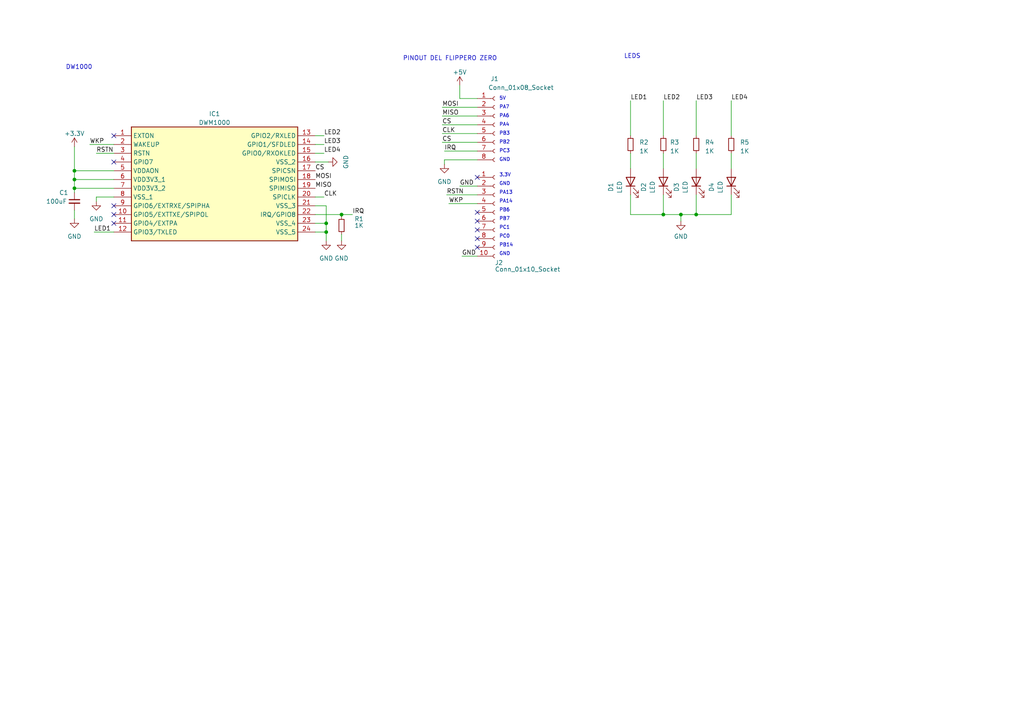
<source format=kicad_sch>
(kicad_sch (version 20230121) (generator eeschema)
  (paper "A4")
  (lib_symbols
    (symbol "Connector:Conn_01x08_Socket" (pin_names (offset 1.016) hide)
      (property "Reference" "J" (at 0 10.16 0))
      (property "Value" "Conn_01x08_Socket" (at 0 -12.7 0))
      (symbol "Conn_01x08_Socket_1_1"
        (arc (start 0 -9.652) (mid -0.5058 -10.16) (end 0 -10.668) (stroke (width 0.1524)))
        (arc (start 0 -7.112) (mid -0.5058 -7.62) (end 0 -8.128) (stroke (width 0.1524)))
        (arc (start 0 -4.572) (mid -0.5058 -5.08) (end 0 -5.588) (stroke (width 0.1524)))
        (arc (start 0 -2.032) (mid -0.5058 -2.54) (end 0 -3.048) (stroke (width 0.1524)))
        (polyline (pts (xy -1.27 -10.16) (xy -0.508 -10.16)) (stroke (width 0.1524)))
        (polyline (pts (xy -1.27 -7.62) (xy -0.508 -7.62)) (stroke (width 0.1524)))
        (polyline (pts (xy -1.27 -5.08) (xy -0.508 -5.08)) (stroke (width 0.1524)))
        (polyline (pts (xy -1.27 -2.54) (xy -0.508 -2.54)) (stroke (width 0.1524)))
        (polyline (pts (xy -1.27 0) (xy -0.508 0)) (stroke (width 0.1524)))
        (polyline (pts (xy -1.27 2.54) (xy -0.508 2.54)) (stroke (width 0.1524)))
        (polyline (pts (xy -1.27 5.08) (xy -0.508 5.08)) (stroke (width 0.1524)))
        (polyline (pts (xy -1.27 7.62) (xy -0.508 7.62)) (stroke (width 0.1524)))
        (arc (start 0 0.508) (mid -0.5058 0) (end 0 -0.508) (stroke (width 0.1524)))
        (arc (start 0 3.048) (mid -0.5058 2.54) (end 0 2.032) (stroke (width 0.1524)))
        (arc (start 0 5.588) (mid -0.5058 5.08) (end 0 4.572) (stroke (width 0.1524)))
        (arc (start 0 8.128) (mid -0.5058 7.62) (end 0 7.112) (stroke (width 0.1524)))
        (pin passive line (at -5.08 7.62 0) (length 3.81) (name "Pin_1") (number "1"))
        (pin passive line (at -5.08 5.08 0) (length 3.81) (name "Pin_2") (number "2"))
        (pin passive line (at -5.08 2.54 0) (length 3.81) (name "Pin_3") (number "3"))
        (pin passive line (at -5.08 0 0) (length 3.81) (name "Pin_4") (number "4"))
        (pin passive line (at -5.08 -2.54 0) (length 3.81) (name "Pin_5") (number "5"))
        (pin passive line (at -5.08 -5.08 0) (length 3.81) (name "Pin_6") (number "6"))
        (pin passive line (at -5.08 -7.62 0) (length 3.81) (name "Pin_7") (number "7"))
        (pin passive line (at -5.08 -10.16 0) (length 3.81) (name "Pin_8") (number "8"))
      )
    )
    (symbol "Connector:Conn_01x10_Socket" (pin_names (offset 1.016) hide)
      (property "Reference" "J" (at 0 12.7 0))
      (property "Value" "Conn_01x10_Socket" (at 0 -15.24 0))
      (symbol "Conn_01x10_Socket_1_1"
        (arc (start 0 -12.192) (mid -0.5058 -12.7) (end 0 -13.208) (stroke (width 0.1524)))
        (arc (start 0 -9.652) (mid -0.5058 -10.16) (end 0 -10.668) (stroke (width 0.1524)))
        (arc (start 0 -7.112) (mid -0.5058 -7.62) (end 0 -8.128) (stroke (width 0.1524)))
        (arc (start 0 -4.572) (mid -0.5058 -5.08) (end 0 -5.588) (stroke (width 0.1524)))
        (arc (start 0 -2.032) (mid -0.5058 -2.54) (end 0 -3.048) (stroke (width 0.1524)))
        (polyline (pts (xy -1.27 -12.7) (xy -0.508 -12.7)) (stroke (width 0.1524)))
        (polyline (pts (xy -1.27 -10.16) (xy -0.508 -10.16)) (stroke (width 0.1524)))
        (polyline (pts (xy -1.27 -7.62) (xy -0.508 -7.62)) (stroke (width 0.1524)))
        (polyline (pts (xy -1.27 -5.08) (xy -0.508 -5.08)) (stroke (width 0.1524)))
        (polyline (pts (xy -1.27 -2.54) (xy -0.508 -2.54)) (stroke (width 0.1524)))
        (polyline (pts (xy -1.27 0) (xy -0.508 0)) (stroke (width 0.1524)))
        (polyline (pts (xy -1.27 2.54) (xy -0.508 2.54)) (stroke (width 0.1524)))
        (polyline (pts (xy -1.27 5.08) (xy -0.508 5.08)) (stroke (width 0.1524)))
        (polyline (pts (xy -1.27 7.62) (xy -0.508 7.62)) (stroke (width 0.1524)))
        (polyline (pts (xy -1.27 10.16) (xy -0.508 10.16)) (stroke (width 0.1524)))
        (arc (start 0 0.508) (mid -0.5058 0) (end 0 -0.508) (stroke (width 0.1524)))
        (arc (start 0 3.048) (mid -0.5058 2.54) (end 0 2.032) (stroke (width 0.1524)))
        (arc (start 0 5.588) (mid -0.5058 5.08) (end 0 4.572) (stroke (width 0.1524)))
        (arc (start 0 8.128) (mid -0.5058 7.62) (end 0 7.112) (stroke (width 0.1524)))
        (arc (start 0 10.668) (mid -0.5058 10.16) (end 0 9.652) (stroke (width 0.1524)))
        (pin passive line (at -5.08 10.16 0) (length 3.81) (name "Pin_1") (number "1"))
        (pin passive line (at -5.08 -12.7 0) (length 3.81) (name "Pin_10") (number "10"))
        (pin passive line (at -5.08 7.62 0) (length 3.81) (name "Pin_2") (number "2"))
        (pin passive line (at -5.08 5.08 0) (length 3.81) (name "Pin_3") (number "3"))
        (pin passive line (at -5.08 2.54 0) (length 3.81) (name "Pin_4") (number "4"))
        (pin passive line (at -5.08 0 0) (length 3.81) (name "Pin_5") (number "5"))
        (pin passive line (at -5.08 -2.54 0) (length 3.81) (name "Pin_6") (number "6"))
        (pin passive line (at -5.08 -5.08 0) (length 3.81) (name "Pin_7") (number "7"))
        (pin passive line (at -5.08 -7.62 0) (length 3.81) (name "Pin_8") (number "8"))
        (pin passive line (at -5.08 -10.16 0) (length 3.81) (name "Pin_9") (number "9"))
      )
    )
    (symbol "DW1000:DWM1000"
      (property "Reference" "IC" (at 54.61 7.62 0))
      (property "Value" "DWM1000" (at 54.61 5.08 0))
      (symbol "DWM1000_1_1"
        (rectangle (start 5.08 2.54) (end 53.34 -30.48) (stroke (width 0.254)) (fill (type background)))
        (pin passive line (at 0 0 0) (length 5.08) (name "EXTON") (number "1"))
        (pin passive line (at 0 -22.86 0) (length 5.08) (name "GPIO5/EXTTXE/SPIPOL") (number "10"))
        (pin passive line (at 0 -25.4 0) (length 5.08) (name "GPIO4/EXTPA") (number "11"))
        (pin passive line (at 0 -27.94 0) (length 5.08) (name "GPIO3/TXLED") (number "12"))
        (pin passive line (at 58.42 0 180) (length 5.08) (name "GPIO2/RXLED") (number "13"))
        (pin passive line (at 58.42 -2.54 180) (length 5.08) (name "GPIO1/SFDLED") (number "14"))
        (pin passive line (at 58.42 -5.08 180) (length 5.08) (name "GPIO0/RXOKLED") (number "15"))
        (pin passive line (at 58.42 -7.62 180) (length 5.08) (name "VSS_2") (number "16"))
        (pin passive line (at 58.42 -10.16 180) (length 5.08) (name "SPICSN") (number "17"))
        (pin passive line (at 58.42 -12.7 180) (length 5.08) (name "SPIMOSI") (number "18"))
        (pin passive line (at 58.42 -15.24 180) (length 5.08) (name "SPIMISO") (number "19"))
        (pin passive line (at 0 -2.54 0) (length 5.08) (name "WAKEUP") (number "2"))
        (pin passive line (at 58.42 -17.78 180) (length 5.08) (name "SPICLK") (number "20"))
        (pin passive line (at 58.42 -20.32 180) (length 5.08) (name "VSS_3") (number "21"))
        (pin passive line (at 58.42 -22.86 180) (length 5.08) (name "IRQ/GPIO8") (number "22"))
        (pin passive line (at 58.42 -25.4 180) (length 5.08) (name "VSS_4") (number "23"))
        (pin passive line (at 58.42 -27.94 180) (length 5.08) (name "VSS_5") (number "24"))
        (pin passive line (at 0 -5.08 0) (length 5.08) (name "RSTN") (number "3"))
        (pin passive line (at 0 -7.62 0) (length 5.08) (name "GPIO7") (number "4"))
        (pin passive line (at 0 -10.16 0) (length 5.08) (name "VDDAON") (number "5"))
        (pin passive line (at 0 -12.7 0) (length 5.08) (name "VDD3V3_1") (number "6"))
        (pin passive line (at 0 -15.24 0) (length 5.08) (name "VDD3V3_2") (number "7"))
        (pin passive line (at 0 -17.78 0) (length 5.08) (name "VSS_1") (number "8"))
        (pin passive line (at 0 -20.32 0) (length 5.08) (name "GPIO6/EXTRXE/SPIPHA") (number "9"))
      )
    )
    (symbol "Device:C_Small" (pin_numbers hide) (pin_names (offset 0.254) hide)
      (property "Reference" "C" (at 0.254 1.778 0))
      (property "Value" "C_Small" (at 0.254 -2.032 0))
      (symbol "C_Small_0_1"
        (polyline (pts (xy -1.524 -0.508) (xy 1.524 -0.508)) (stroke (width 0.3302)))
        (polyline (pts (xy -1.524 0.508) (xy 1.524 0.508)) (stroke (width 0.3048)))
      )
      (symbol "C_Small_1_1"
        (pin passive line (at 0 2.54 270) (length 2.032) (name "~") (number "1"))
        (pin passive line (at 0 -2.54 90) (length 2.032) (name "~") (number "2"))
      )
    )
    (symbol "Device:LED" (pin_numbers hide) (pin_names (offset 1.016) hide)
      (property "Reference" "D" (at 0 2.54 0))
      (property "Value" "LED" (at 0 -2.54 0))
      (symbol "LED_0_1"
        (polyline (pts (xy -1.27 -1.27) (xy -1.27 1.27)) (stroke (width 0.254)))
        (polyline (pts (xy -1.27 0) (xy 1.27 0)))
        (polyline (pts (xy 1.27 -1.27) (xy 1.27 1.27) (xy -1.27 0) (xy 1.27 -1.27)) (stroke (width 0.254)))
        (polyline (pts (xy -3.048 -0.762) (xy -4.572 -2.286) (xy -3.81 -2.286) (xy -4.572 -2.286) (xy -4.572 -1.524)))
        (polyline (pts (xy -1.778 -0.762) (xy -3.302 -2.286) (xy -2.54 -2.286) (xy -3.302 -2.286) (xy -3.302 -1.524)))
      )
      (symbol "LED_1_1"
        (pin passive line (at -3.81 0 0) (length 2.54) (name "K") (number "1"))
        (pin passive line (at 3.81 0 180) (length 2.54) (name "A") (number "2"))
      )
    )
    (symbol "Device:R_Small" (pin_numbers hide) (pin_names (offset 0.254) hide)
      (property "Reference" "R" (at 0.762 0.508 0))
      (property "Value" "R_Small" (at 0.762 -1.016 0))
      (symbol "R_Small_0_1"
        (rectangle (start -0.762 1.778) (end 0.762 -1.778) (stroke (width 0.2032)))
      )
      (symbol "R_Small_1_1"
        (pin passive line (at 0 2.54 270) (length 0.762) (name "~") (number "1"))
        (pin passive line (at 0 -2.54 90) (length 0.762) (name "~") (number "2"))
      )
    )
    (symbol "power:+3.3V" (power) (pin_names (offset 0))
      (property "Value" "+3.3V" (at 0 3.556 0))
      (symbol "+3.3V_0_1"
        (polyline (pts (xy -0.762 1.27) (xy 0 2.54)))
        (polyline (pts (xy 0 0) (xy 0 2.54)))
        (polyline (pts (xy 0 2.54) (xy 0.762 1.27)))
      )
      (symbol "+3.3V_1_1"
        (pin power_in line (at 0 0 90) (length 0) hide (name "+3.3V") (number "1"))
      )
    )
    (symbol "power:+5V" (power) (pin_names (offset 0))
      (property "Value" "+5V" (at 0 3.556 0))
      (symbol "+5V_0_1"
        (polyline (pts (xy -0.762 1.27) (xy 0 2.54)))
        (polyline (pts (xy 0 0) (xy 0 2.54)))
        (polyline (pts (xy 0 2.54) (xy 0.762 1.27)))
      )
      (symbol "+5V_1_1"
        (pin power_in line (at 0 0 90) (length 0) hide (name "+5V") (number "1"))
      )
    )
    (symbol "power:GND" (power) (pin_names (offset 0))
      (property "Value" "GND" (at 0 -3.81 0))
      (symbol "GND_0_1"
        (polyline (pts (xy 0 0) (xy 0 -1.27) (xy 1.27 -1.27) (xy 0 -2.54) (xy -1.27 -1.27) (xy 0 -1.27)))
      )
      (symbol "GND_1_1"
        (pin power_in line (at 0 0 270) (length 0) hide (name "GND") (number "1"))
      )
    )
  )
  (junction (at 21.59 54.61))
  (junction (at 99.06 62.23))
  (junction (at 94.615 64.77))
  (junction (at 201.93 62.23))
  (junction (at 94.615 67.31))
  (junction (at 21.59 49.53))
  (junction (at 197.485 62.23))
  (junction (at 21.59 52.07))
  (junction (at 192.405 62.23))
  (no_connect (at 138.43 51.435))
  (no_connect (at 33.02 62.23))
  (no_connect (at 138.43 64.135))
  (no_connect (at 138.43 71.755))
  (no_connect (at 33.02 64.77))
  (no_connect (at 33.02 39.37))
  (no_connect (at 138.43 69.215))
  (no_connect (at 33.02 46.99))
  (no_connect (at 33.02 59.69))
  (no_connect (at 138.43 66.675))
  (no_connect (at 138.43 61.595))
  (wire (pts (xy 128.905 46.355) (xy 128.905 47.625)))
  (wire (pts (xy 133.35 28.575) (xy 133.35 24.765)))
  (wire (pts (xy 212.09 29.21) (xy 212.09 39.37)))
  (wire (pts (xy 182.88 44.45) (xy 182.88 48.895)))
  (wire (pts (xy 138.43 28.575) (xy 133.35 28.575)))
  (wire (pts (xy 128.27 31.115) (xy 138.43 31.115)))
  (wire (pts (xy 94.615 67.31) (xy 94.615 69.85)))
  (wire (pts (xy 128.27 33.655) (xy 138.43 33.655)))
  (wire (pts (xy 201.93 29.21) (xy 201.93 39.37)))
  (wire (pts (xy 91.44 59.69) (xy 94.615 59.69)))
  (wire (pts (xy 128.27 36.195) (xy 138.43 36.195)))
  (wire (pts (xy 91.44 62.23) (xy 99.06 62.23)))
  (wire (pts (xy 133.985 74.295) (xy 138.43 74.295)))
  (wire (pts (xy 128.905 43.815) (xy 138.43 43.815)))
  (wire (pts (xy 201.93 62.23) (xy 201.93 56.515)))
  (wire (pts (xy 192.405 44.45) (xy 192.405 48.895)))
  (wire (pts (xy 129.54 56.515) (xy 138.43 56.515)))
  (wire (pts (xy 91.44 41.91) (xy 93.98 41.91)))
  (wire (pts (xy 21.59 52.07) (xy 21.59 49.53)))
  (wire (pts (xy 197.485 62.23) (xy 197.485 64.135)))
  (wire (pts (xy 128.27 41.275) (xy 138.43 41.275)))
  (wire (pts (xy 21.59 42.545) (xy 21.59 49.53)))
  (wire (pts (xy 133.35 53.975) (xy 138.43 53.975)))
  (wire (pts (xy 197.485 62.23) (xy 192.405 62.23)))
  (wire (pts (xy 99.06 67.945) (xy 99.06 69.85)))
  (wire (pts (xy 99.06 62.23) (xy 102.235 62.23)))
  (wire (pts (xy 212.09 62.23) (xy 212.09 56.515)))
  (wire (pts (xy 91.44 64.77) (xy 94.615 64.77)))
  (wire (pts (xy 91.44 67.31) (xy 94.615 67.31)))
  (wire (pts (xy 27.94 44.45) (xy 33.02 44.45)))
  (wire (pts (xy 128.27 38.735) (xy 138.43 38.735)))
  (wire (pts (xy 130.175 59.055) (xy 138.43 59.055)))
  (wire (pts (xy 27.94 57.15) (xy 27.94 58.42)))
  (wire (pts (xy 201.93 62.23) (xy 212.09 62.23)))
  (wire (pts (xy 128.905 46.355) (xy 138.43 46.355)))
  (wire (pts (xy 21.59 52.07) (xy 21.59 54.61)))
  (wire (pts (xy 212.09 44.45) (xy 212.09 48.895)))
  (wire (pts (xy 99.06 62.23) (xy 99.06 62.865)))
  (wire (pts (xy 91.44 44.45) (xy 93.98 44.45)))
  (wire (pts (xy 21.59 52.07) (xy 33.02 52.07)))
  (wire (pts (xy 182.88 62.23) (xy 192.405 62.23)))
  (wire (pts (xy 26.035 41.91) (xy 33.02 41.91)))
  (wire (pts (xy 91.44 57.15) (xy 93.98 57.15)))
  (wire (pts (xy 21.59 49.53) (xy 33.02 49.53)))
  (wire (pts (xy 91.44 46.99) (xy 95.25 46.99)))
  (wire (pts (xy 21.59 54.61) (xy 21.59 55.88)))
  (wire (pts (xy 94.615 59.69) (xy 94.615 64.77)))
  (wire (pts (xy 182.88 29.21) (xy 182.88 39.37)))
  (wire (pts (xy 182.88 56.515) (xy 182.88 62.23)))
  (wire (pts (xy 94.615 64.77) (xy 94.615 67.31)))
  (wire (pts (xy 21.59 54.61) (xy 33.02 54.61)))
  (wire (pts (xy 91.44 39.37) (xy 93.98 39.37)))
  (wire (pts (xy 192.405 56.515) (xy 192.405 62.23)))
  (wire (pts (xy 27.305 67.31) (xy 33.02 67.31)))
  (wire (pts (xy 201.93 44.45) (xy 201.93 48.895)))
  (wire (pts (xy 21.59 60.96) (xy 21.59 63.5)))
  (wire (pts (xy 192.405 29.21) (xy 192.405 39.37)))
  (wire (pts (xy 33.02 57.15) (xy 27.94 57.15)))
  (wire (pts (xy 197.485 62.23) (xy 201.93 62.23)))
  (text "PA13" (at 144.78 56.515 0) (effects (font (size 1 1)) (justify left bottom)))
  (text "PC1" (at 144.78 66.675 0) (effects (font (size 1 1)) (justify left bottom)))
  (text "DW1000\n" (at 19.05 20.32 0) (effects (font (size 1.27 1.27)) (justify left bottom)))
  (text "GND" (at 144.78 74.295 0) (effects (font (size 1 1)) (justify left bottom)))
  (text "PA6" (at 144.78 34.29 0) (effects (font (size 1 1)) (justify left bottom)))
  (text "PA14\n" (at 144.78 59.055 0) (effects (font (size 1 1)) (justify left bottom)))
  (text "PC3" (at 144.78 44.45 0) (effects (font (size 1 1)) (justify left bottom)))
  (text "PB3" (at 144.78 39.37 0) (effects (font (size 1 1)) (justify left bottom)))
  (text "GND" (at 144.78 46.99 0) (effects (font (size 1 1)) (justify left bottom)))
  (text "PB14\n" (at 144.78 71.755 0) (effects (font (size 1 1)) (justify left bottom)))
  (text "PINOUT DEL FLIPPERO ZERO" (at 116.84 17.78 0) (effects (font (size 1.27 1.27)) (justify left bottom)))
  (text "PB2" (at 144.78 41.91 0) (effects (font (size 1 1)) (justify left bottom)))
  (text "PB6" (at 144.78 61.595 0) (effects (font (size 1 1)) (justify left bottom)))
  (text "GND" (at 144.78 53.975 0) (effects (font (size 1 1)) (justify left bottom)))
  (text "PA7" (at 144.78 31.75 0) (effects (font (size 1 1)) (justify left bottom)))
  (text "5V" (at 144.78 29.21 0) (effects (font (size 1 1)) (justify left bottom)))
  (text "LEDS" (at 180.975 17.145 0) (effects (font (size 1.27 1.27)) (justify left bottom)))
  (text "3.3V" (at 144.78 51.435 0) (effects (font (size 1 1)) (justify left bottom)))
  (text "PB7" (at 144.78 64.135 0) (effects (font (size 1 1)) (justify left bottom)))
  (text "PC0" (at 144.78 69.215 0) (effects (font (size 1 1)) (justify left bottom)))
  (text "PA4" (at 144.78 36.83 0) (effects (font (size 1 1)) (justify left bottom)))
  (label "MOSI" (at 128.27 31.115 0))
  (label "CS" (at 91.44 49.53 0))
  (label "LED4" (at 212.09 29.21 0))
  (label "CS" (at 128.27 36.195 0))
  (label "CLK" (at 128.27 38.735 0))
  (label "LED2" (at 93.98 39.37 0))
  (label "LED3" (at 93.98 41.91 0))
  (label "IRQ" (at 102.235 62.23 0))
  (label "WKP" (at 26.035 41.91 0))
  (label "MOSI" (at 91.44 52.07 0))
  (label "RSTN" (at 129.54 56.515 0))
  (label "CS" (at 128.27 41.275 0))
  (label "LED1" (at 27.305 67.31 0))
  (label "LED2" (at 192.405 29.21 0))
  (label "LED3" (at 201.93 29.21 0))
  (label "IRQ" (at 128.905 43.815 0))
  (label "GND" (at 133.985 74.295 0))
  (label "CLK" (at 93.98 57.15 0))
  (label "MISO" (at 91.44 54.61 0))
  (label "RSTN" (at 27.94 44.45 0))
  (label "LED1" (at 182.88 29.21 0))
  (label "WKP" (at 130.175 59.055 0))
  (label "GND" (at 133.35 53.975 0))
  (label "MISO" (at 128.27 33.655 0))
  (label "LED4" (at 93.98 44.45 0))
  (symbol (lib_id "Device:LED") (at 201.93 52.705 90) (unit 1)
    (property "Reference" "D3" (at 196.215 54.2925 0))
    (property "Value" "LED" (at 198.755 54.2925 0))
    (property "Footprint" "LED_SMD:LED_0805_2012Metric" (effects hide))
  )
  (symbol (lib_id "power:GND") (at 94.615 69.85 0) (unit 1)
    (property "Reference" "#PWR03" (effects hide))
    (property "Value" "GND" (at 94.615 74.93 0))
  )
  (symbol (lib_id "Device:LED") (at 212.09 52.705 90) (unit 1)
    (property "Reference" "D4" (at 206.375 54.2925 0))
    (property "Value" "LED" (at 208.915 54.2925 0))
    (property "Footprint" "LED_SMD:LED_0805_2012Metric" (effects hide))
  )
  (symbol (lib_id "power:GND") (at 95.25 46.99 90) (mirror x) (unit 1)
    (property "Reference" "#PWR05" (effects hide))
    (property "Value" "GND" (at 100.33 46.99 0))
  )
  (symbol (lib_id "Device:R_Small") (at 99.06 65.405 0) (unit 1)
    (property "Reference" "R1" (at 104.14 63.5 0))
    (property "Value" "1K" (at 104.14 65.405 0))
    (property "Footprint" "Resistor_SMD:R_0805_2012Metric" (effects hide))
  )
  (symbol (lib_id "Device:R_Small") (at 182.88 41.91 0) (unit 1)
    (property "Reference" "R2" (at 185.42 41.275 0) (effects (justify left)))
    (property "Value" "1K" (at 185.42 43.815 0) (effects (justify left)))
    (property "Footprint" "Resistor_SMD:R_0805_2012Metric" (effects hide))
  )
  (symbol (lib_id "power:GND") (at 128.905 47.625 0) (unit 1)
    (property "Reference" "#PWR06" (effects hide))
    (property "Value" "GND" (at 128.905 52.705 0))
  )
  (symbol (lib_id "Connector:Conn_01x08_Socket") (at 143.51 36.195 0) (unit 1)
    (property "Reference" "J1" (at 142.24 22.86 0) (effects (justify left)))
    (property "Value" "Conn_01x08_Socket" (at 141.605 25.4 0) (effects (justify left)))
    (property "Footprint" "Connector_PinHeader_2.54mm:PinHeader_1x08_P2.54mm_Horizontal" (effects hide))
  )
  (symbol (lib_id "power:GND") (at 197.485 64.135 0) (unit 1)
    (property "Reference" "#PWR09" (effects hide))
    (property "Value" "GND" (at 197.485 68.58 0))
  )
  (symbol (lib_id "Device:R_Small") (at 201.93 41.91 0) (unit 1)
    (property "Reference" "R4" (at 204.47 41.275 0) (effects (justify left)))
    (property "Value" "1K" (at 204.47 43.815 0) (effects (justify left)))
    (property "Footprint" "Resistor_SMD:R_0805_2012Metric" (effects hide))
  )
  (symbol (lib_id "Device:R_Small") (at 192.405 41.91 0) (unit 1)
    (property "Reference" "R3" (at 194.31 41.275 0) (effects (justify left)))
    (property "Value" "1K" (at 194.31 43.815 0) (effects (justify left)))
    (property "Footprint" "Resistor_SMD:R_0805_2012Metric" (effects hide))
  )
  (symbol (lib_id "Device:LED") (at 192.405 52.705 90) (unit 1)
    (property "Reference" "D2" (at 186.69 54.2925 0))
    (property "Value" "LED" (at 189.23 54.2925 0))
    (property "Footprint" "LED_SMD:LED_0805_2012Metric" (effects hide))
  )
  (symbol (lib_id "Device:R_Small") (at 212.09 41.91 0) (unit 1)
    (property "Reference" "R5" (at 214.63 41.275 0) (effects (justify left)))
    (property "Value" "1K" (at 214.63 43.815 0) (effects (justify left)))
    (property "Footprint" "Resistor_SMD:R_0805_2012Metric" (effects hide))
  )
  (symbol (lib_id "power:GND") (at 27.94 58.42 0) (unit 1)
    (property "Reference" "#PWR02" (effects hide))
    (property "Value" "GND" (at 27.94 63.5 0))
  )
  (symbol (lib_id "Connector:Conn_01x10_Socket") (at 143.51 61.595 0) (unit 1)
    (property "Reference" "J2" (at 143.51 76.2 0) (effects (justify left)))
    (property "Value" "Conn_01x10_Socket" (at 143.51 78.105 0) (effects (justify left)))
    (property "Footprint" "Connector_PinHeader_2.54mm:PinHeader_1x10_P2.54mm_Horizontal" (effects hide))
  )
  (symbol (lib_id "power:+5V") (at 133.35 24.765 0) (unit 1)
    (property "Reference" "#PWR04" (effects hide))
    (property "Value" "+5V" (at 133.35 20.955 0))
  )
  (symbol (lib_id "Device:LED") (at 182.88 52.705 90) (unit 1)
    (property "Reference" "D1" (at 177.165 54.2925 0))
    (property "Value" "LED" (at 179.705 54.2925 0))
    (property "Footprint" "LED_SMD:LED_0805_2012Metric" (effects hide))
  )
  (symbol (lib_id "DW1000:DWM1000") (at 33.02 39.37 0) (unit 1)
    (property "Reference" "IC1" (at 62.23 33.02 0))
    (property "Value" "DWM1000" (at 62.23 35.56 0))
    (property "Footprint" "RF_Module:DWM1000" (effects hide))
    (property "Datasheet" "https://www.mouser.in/pdfDocs/dwm1000-datasheet-1.pdf" (effects hide))
    (property "Height" "3.15" (effects hide))
    (property "Mouser Part Number" "772-DWM1000" (effects hide))
    (property "Mouser Price/Stock" "https://www.mouser.co.uk/ProductDetail/Qorvo/DWM1000?qs=TiOZkKH1s2R6b5D6df63Pg%3D%3D" (effects hide))
    (property "Manufacturer_Name" "Qorvo" (effects hide))
    (property "Manufacturer_Part_Number" "DWM1000" (effects hide))
  )
  (symbol (lib_id "power:GND") (at 21.59 63.5 0) (unit 1)
    (property "Reference" "#PWR08" (effects hide))
    (property "Value" "GND" (at 21.59 68.58 0))
  )
  (symbol (lib_id "power:GND") (at 99.06 69.85 0) (unit 1)
    (property "Reference" "#PWR07" (effects hide))
    (property "Value" "GND" (at 99.06 74.93 0))
  )
  (symbol (lib_id "Device:C_Small") (at 21.59 58.42 0) (unit 1)
    (property "Reference" "C1" (at 17.145 55.88 0) (effects (justify left)))
    (property "Value" "100uF" (at 13.335 58.42 0) (effects (justify left)))
    (property "Footprint" "Capacitor_SMD:C_0805_2012Metric" (effects hide))
  )
  (symbol (lib_id "power:+3.3V") (at 21.59 42.545 0) (unit 1)
    (property "Reference" "#PWR01" (effects hide))
    (property "Value" "+3.3V" (at 21.59 38.735 0))
  )
)
</source>
